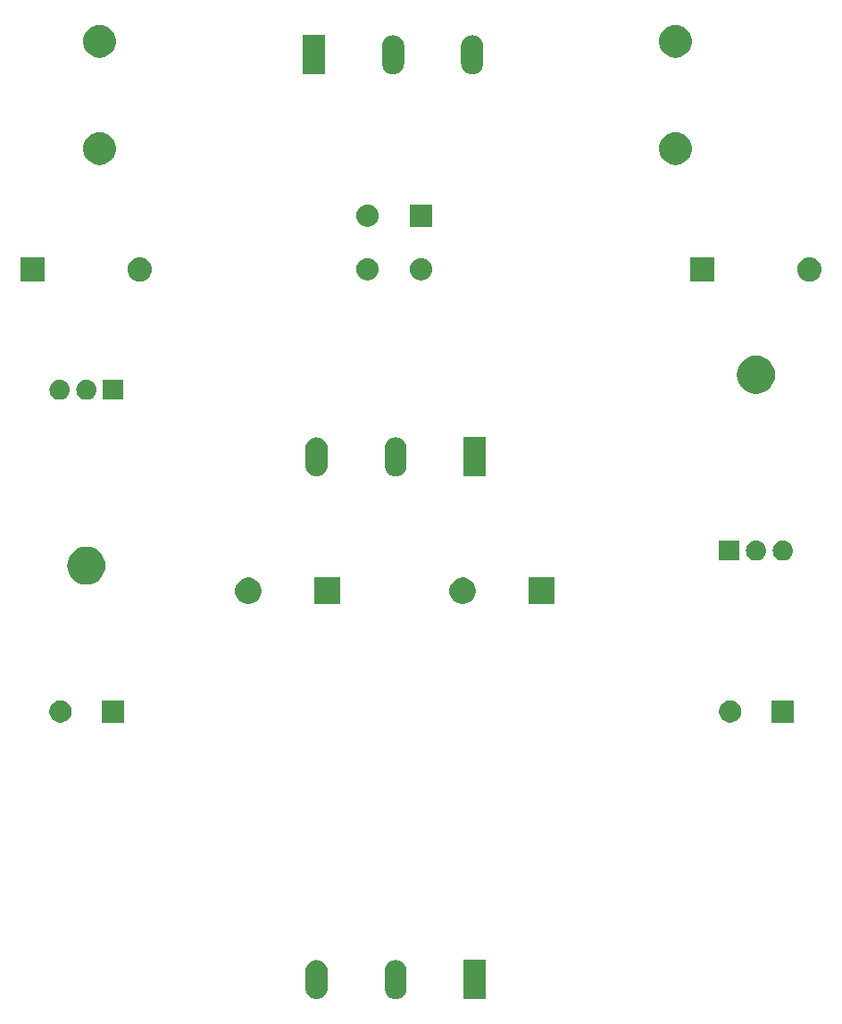
<source format=gbs>
G04 #@! TF.GenerationSoftware,KiCad,Pcbnew,5.1.4-5.1.4*
G04 #@! TF.CreationDate,2019-11-01T09:42:33+01:00*
G04 #@! TF.ProjectId,Linear-Netzteil,4c696e65-6172-42d4-9e65-747a7465696c,rev?*
G04 #@! TF.SameCoordinates,Original*
G04 #@! TF.FileFunction,Soldermask,Bot*
G04 #@! TF.FilePolarity,Negative*
%FSLAX46Y46*%
G04 Gerber Fmt 4.6, Leading zero omitted, Abs format (unit mm)*
G04 Created by KiCad (PCBNEW 5.1.4-5.1.4) date 2019-11-01 09:42:33*
%MOMM*%
%LPD*%
G04 APERTURE LIST*
%ADD10C,0.100000*%
G04 APERTURE END LIST*
D10*
G36*
X107126032Y-156914207D02*
G01*
X107324146Y-156974305D01*
X107324149Y-156974306D01*
X107420975Y-157026061D01*
X107506729Y-157071897D01*
X107666765Y-157203235D01*
X107798103Y-157363271D01*
X107843939Y-157449025D01*
X107895694Y-157545851D01*
X107895695Y-157545854D01*
X107955793Y-157743968D01*
X107971000Y-157898370D01*
X107971000Y-159601630D01*
X107955793Y-159756032D01*
X107895695Y-159954145D01*
X107895694Y-159954149D01*
X107843939Y-160050975D01*
X107798103Y-160136729D01*
X107666765Y-160296765D01*
X107506729Y-160428103D01*
X107390030Y-160490479D01*
X107324148Y-160525694D01*
X107324145Y-160525695D01*
X107126031Y-160585793D01*
X106920000Y-160606085D01*
X106713968Y-160585793D01*
X106515854Y-160525695D01*
X106515851Y-160525694D01*
X106419025Y-160473939D01*
X106333271Y-160428103D01*
X106173235Y-160296765D01*
X106041897Y-160136729D01*
X105944307Y-159954149D01*
X105944306Y-159954148D01*
X105944305Y-159954145D01*
X105884207Y-159756031D01*
X105869000Y-159601629D01*
X105869000Y-157898369D01*
X105884207Y-157743967D01*
X105944305Y-157545854D01*
X106007904Y-157426870D01*
X106041898Y-157363271D01*
X106173236Y-157203235D01*
X106333272Y-157071897D01*
X106419026Y-157026061D01*
X106515852Y-156974306D01*
X106515855Y-156974305D01*
X106713969Y-156914207D01*
X106920000Y-156893915D01*
X107126032Y-156914207D01*
X107126032Y-156914207D01*
G37*
G36*
X114626032Y-156914207D02*
G01*
X114824146Y-156974305D01*
X114824149Y-156974306D01*
X114920975Y-157026061D01*
X115006729Y-157071897D01*
X115166765Y-157203235D01*
X115298103Y-157363271D01*
X115343939Y-157449025D01*
X115395694Y-157545851D01*
X115395695Y-157545854D01*
X115455793Y-157743968D01*
X115471000Y-157898370D01*
X115471000Y-159601630D01*
X115455793Y-159756032D01*
X115395695Y-159954145D01*
X115395694Y-159954149D01*
X115343939Y-160050975D01*
X115298103Y-160136729D01*
X115166765Y-160296765D01*
X115006729Y-160428103D01*
X114890030Y-160490479D01*
X114824148Y-160525694D01*
X114824145Y-160525695D01*
X114626031Y-160585793D01*
X114420000Y-160606085D01*
X114213968Y-160585793D01*
X114015854Y-160525695D01*
X114015851Y-160525694D01*
X113919025Y-160473939D01*
X113833271Y-160428103D01*
X113673235Y-160296765D01*
X113541897Y-160136729D01*
X113444307Y-159954149D01*
X113444306Y-159954148D01*
X113444305Y-159954145D01*
X113384207Y-159756031D01*
X113369000Y-159601629D01*
X113369000Y-157898369D01*
X113384207Y-157743967D01*
X113444305Y-157545854D01*
X113507904Y-157426870D01*
X113541898Y-157363271D01*
X113673236Y-157203235D01*
X113833272Y-157071897D01*
X113919026Y-157026061D01*
X114015852Y-156974306D01*
X114015855Y-156974305D01*
X114213969Y-156914207D01*
X114420000Y-156893915D01*
X114626032Y-156914207D01*
X114626032Y-156914207D01*
G37*
G36*
X122971000Y-160601000D02*
G01*
X120869000Y-160601000D01*
X120869000Y-156899000D01*
X122971000Y-156899000D01*
X122971000Y-160601000D01*
X122971000Y-160601000D01*
G37*
G36*
X146436564Y-132339389D02*
G01*
X146627833Y-132418615D01*
X146627835Y-132418616D01*
X146799973Y-132533635D01*
X146946365Y-132680027D01*
X147061385Y-132852167D01*
X147140611Y-133043436D01*
X147181000Y-133246484D01*
X147181000Y-133453516D01*
X147140611Y-133656564D01*
X147061385Y-133847833D01*
X147061384Y-133847835D01*
X146946365Y-134019973D01*
X146799973Y-134166365D01*
X146627835Y-134281384D01*
X146627834Y-134281385D01*
X146627833Y-134281385D01*
X146436564Y-134360611D01*
X146233516Y-134401000D01*
X146026484Y-134401000D01*
X145823436Y-134360611D01*
X145632167Y-134281385D01*
X145632166Y-134281385D01*
X145632165Y-134281384D01*
X145460027Y-134166365D01*
X145313635Y-134019973D01*
X145198616Y-133847835D01*
X145198615Y-133847833D01*
X145119389Y-133656564D01*
X145079000Y-133453516D01*
X145079000Y-133246484D01*
X145119389Y-133043436D01*
X145198615Y-132852167D01*
X145313635Y-132680027D01*
X145460027Y-132533635D01*
X145632165Y-132418616D01*
X145632167Y-132418615D01*
X145823436Y-132339389D01*
X146026484Y-132299000D01*
X146233516Y-132299000D01*
X146436564Y-132339389D01*
X146436564Y-132339389D01*
G37*
G36*
X88681000Y-134401000D02*
G01*
X86579000Y-134401000D01*
X86579000Y-132299000D01*
X88681000Y-132299000D01*
X88681000Y-134401000D01*
X88681000Y-134401000D01*
G37*
G36*
X82936564Y-132339389D02*
G01*
X83127833Y-132418615D01*
X83127835Y-132418616D01*
X83299973Y-132533635D01*
X83446365Y-132680027D01*
X83561385Y-132852167D01*
X83640611Y-133043436D01*
X83681000Y-133246484D01*
X83681000Y-133453516D01*
X83640611Y-133656564D01*
X83561385Y-133847833D01*
X83561384Y-133847835D01*
X83446365Y-134019973D01*
X83299973Y-134166365D01*
X83127835Y-134281384D01*
X83127834Y-134281385D01*
X83127833Y-134281385D01*
X82936564Y-134360611D01*
X82733516Y-134401000D01*
X82526484Y-134401000D01*
X82323436Y-134360611D01*
X82132167Y-134281385D01*
X82132166Y-134281385D01*
X82132165Y-134281384D01*
X81960027Y-134166365D01*
X81813635Y-134019973D01*
X81698616Y-133847835D01*
X81698615Y-133847833D01*
X81619389Y-133656564D01*
X81579000Y-133453516D01*
X81579000Y-133246484D01*
X81619389Y-133043436D01*
X81698615Y-132852167D01*
X81813635Y-132680027D01*
X81960027Y-132533635D01*
X82132165Y-132418616D01*
X82132167Y-132418615D01*
X82323436Y-132339389D01*
X82526484Y-132299000D01*
X82733516Y-132299000D01*
X82936564Y-132339389D01*
X82936564Y-132339389D01*
G37*
G36*
X152181000Y-134401000D02*
G01*
X150079000Y-134401000D01*
X150079000Y-132299000D01*
X152181000Y-132299000D01*
X152181000Y-134401000D01*
X152181000Y-134401000D01*
G37*
G36*
X121134903Y-120717075D02*
G01*
X121362571Y-120811378D01*
X121567466Y-120948285D01*
X121741715Y-121122534D01*
X121878622Y-121327429D01*
X121972925Y-121555097D01*
X122021000Y-121796787D01*
X122021000Y-122043213D01*
X121972925Y-122284903D01*
X121878622Y-122512571D01*
X121741715Y-122717466D01*
X121567466Y-122891715D01*
X121362571Y-123028622D01*
X121362570Y-123028623D01*
X121362569Y-123028623D01*
X121134903Y-123122925D01*
X120893214Y-123171000D01*
X120646786Y-123171000D01*
X120405097Y-123122925D01*
X120177431Y-123028623D01*
X120177430Y-123028623D01*
X120177429Y-123028622D01*
X119972534Y-122891715D01*
X119798285Y-122717466D01*
X119661378Y-122512571D01*
X119567075Y-122284903D01*
X119519000Y-122043213D01*
X119519000Y-121796787D01*
X119567075Y-121555097D01*
X119661378Y-121327429D01*
X119798285Y-121122534D01*
X119972534Y-120948285D01*
X120177429Y-120811378D01*
X120405097Y-120717075D01*
X120646786Y-120669000D01*
X120893214Y-120669000D01*
X121134903Y-120717075D01*
X121134903Y-120717075D01*
G37*
G36*
X129521000Y-123171000D02*
G01*
X127019000Y-123171000D01*
X127019000Y-120669000D01*
X129521000Y-120669000D01*
X129521000Y-123171000D01*
X129521000Y-123171000D01*
G37*
G36*
X109201000Y-123171000D02*
G01*
X106699000Y-123171000D01*
X106699000Y-120669000D01*
X109201000Y-120669000D01*
X109201000Y-123171000D01*
X109201000Y-123171000D01*
G37*
G36*
X100814903Y-120717075D02*
G01*
X101042571Y-120811378D01*
X101247466Y-120948285D01*
X101421715Y-121122534D01*
X101558622Y-121327429D01*
X101652925Y-121555097D01*
X101701000Y-121796787D01*
X101701000Y-122043213D01*
X101652925Y-122284903D01*
X101558622Y-122512571D01*
X101421715Y-122717466D01*
X101247466Y-122891715D01*
X101042571Y-123028622D01*
X101042570Y-123028623D01*
X101042569Y-123028623D01*
X100814903Y-123122925D01*
X100573214Y-123171000D01*
X100326786Y-123171000D01*
X100085097Y-123122925D01*
X99857431Y-123028623D01*
X99857430Y-123028623D01*
X99857429Y-123028622D01*
X99652534Y-122891715D01*
X99478285Y-122717466D01*
X99341378Y-122512571D01*
X99247075Y-122284903D01*
X99199000Y-122043213D01*
X99199000Y-121796787D01*
X99247075Y-121555097D01*
X99341378Y-121327429D01*
X99478285Y-121122534D01*
X99652534Y-120948285D01*
X99857429Y-120811378D01*
X100085097Y-120717075D01*
X100326786Y-120669000D01*
X100573214Y-120669000D01*
X100814903Y-120717075D01*
X100814903Y-120717075D01*
G37*
G36*
X85266669Y-117737686D02*
G01*
X85443058Y-117755059D01*
X85782548Y-117858042D01*
X85782550Y-117858043D01*
X86095422Y-118025277D01*
X86095424Y-118025278D01*
X86095423Y-118025278D01*
X86369661Y-118250339D01*
X86594722Y-118524577D01*
X86761958Y-118837452D01*
X86864941Y-119176942D01*
X86899714Y-119530000D01*
X86864941Y-119883058D01*
X86761958Y-120222548D01*
X86761957Y-120222550D01*
X86594723Y-120535422D01*
X86369661Y-120809661D01*
X86095422Y-121034723D01*
X85782550Y-121201957D01*
X85782548Y-121201958D01*
X85443058Y-121304941D01*
X85266669Y-121322314D01*
X85178476Y-121331000D01*
X85001524Y-121331000D01*
X84913331Y-121322314D01*
X84736942Y-121304941D01*
X84397452Y-121201958D01*
X84397450Y-121201957D01*
X84084578Y-121034723D01*
X83810339Y-120809661D01*
X83585277Y-120535422D01*
X83418043Y-120222550D01*
X83418042Y-120222548D01*
X83315059Y-119883058D01*
X83280286Y-119530000D01*
X83315059Y-119176942D01*
X83418042Y-118837452D01*
X83585278Y-118524577D01*
X83810339Y-118250339D01*
X84084577Y-118025278D01*
X84084576Y-118025278D01*
X84084578Y-118025277D01*
X84397450Y-117858043D01*
X84397452Y-117858042D01*
X84736942Y-117755059D01*
X84913331Y-117737686D01*
X85001524Y-117729000D01*
X85178476Y-117729000D01*
X85266669Y-117737686D01*
X85266669Y-117737686D01*
G37*
G36*
X147001000Y-119061000D02*
G01*
X145099000Y-119061000D01*
X145099000Y-117159000D01*
X147001000Y-117159000D01*
X147001000Y-119061000D01*
X147001000Y-119061000D01*
G37*
G36*
X148776425Y-117172760D02*
G01*
X148776428Y-117172761D01*
X148776429Y-117172761D01*
X148955693Y-117227140D01*
X148955696Y-117227142D01*
X148955697Y-117227142D01*
X149120903Y-117315446D01*
X149265712Y-117434288D01*
X149384554Y-117579097D01*
X149464678Y-117729000D01*
X149472860Y-117744307D01*
X149507361Y-117858042D01*
X149527240Y-117923575D01*
X149545601Y-118110000D01*
X149527240Y-118296425D01*
X149527239Y-118296428D01*
X149527239Y-118296429D01*
X149472860Y-118475693D01*
X149472858Y-118475696D01*
X149472858Y-118475697D01*
X149384554Y-118640903D01*
X149265712Y-118785712D01*
X149120903Y-118904554D01*
X148955697Y-118992858D01*
X148955693Y-118992860D01*
X148776429Y-119047239D01*
X148776428Y-119047239D01*
X148776425Y-119047240D01*
X148636718Y-119061000D01*
X148543282Y-119061000D01*
X148403575Y-119047240D01*
X148403572Y-119047239D01*
X148403571Y-119047239D01*
X148224307Y-118992860D01*
X148224303Y-118992858D01*
X148059097Y-118904554D01*
X147914288Y-118785712D01*
X147795446Y-118640903D01*
X147707142Y-118475697D01*
X147707142Y-118475696D01*
X147707140Y-118475693D01*
X147652761Y-118296429D01*
X147652761Y-118296428D01*
X147652760Y-118296425D01*
X147634399Y-118110000D01*
X147652760Y-117923575D01*
X147672639Y-117858042D01*
X147707140Y-117744307D01*
X147715322Y-117729000D01*
X147795446Y-117579097D01*
X147914288Y-117434288D01*
X148059097Y-117315446D01*
X148224303Y-117227142D01*
X148224304Y-117227142D01*
X148224307Y-117227140D01*
X148403571Y-117172761D01*
X148403572Y-117172761D01*
X148403575Y-117172760D01*
X148543282Y-117159000D01*
X148636718Y-117159000D01*
X148776425Y-117172760D01*
X148776425Y-117172760D01*
G37*
G36*
X151316425Y-117172760D02*
G01*
X151316428Y-117172761D01*
X151316429Y-117172761D01*
X151495693Y-117227140D01*
X151495696Y-117227142D01*
X151495697Y-117227142D01*
X151660903Y-117315446D01*
X151805712Y-117434288D01*
X151924554Y-117579097D01*
X152004678Y-117729000D01*
X152012860Y-117744307D01*
X152047361Y-117858042D01*
X152067240Y-117923575D01*
X152085601Y-118110000D01*
X152067240Y-118296425D01*
X152067239Y-118296428D01*
X152067239Y-118296429D01*
X152012860Y-118475693D01*
X152012858Y-118475696D01*
X152012858Y-118475697D01*
X151924554Y-118640903D01*
X151805712Y-118785712D01*
X151660903Y-118904554D01*
X151495697Y-118992858D01*
X151495693Y-118992860D01*
X151316429Y-119047239D01*
X151316428Y-119047239D01*
X151316425Y-119047240D01*
X151176718Y-119061000D01*
X151083282Y-119061000D01*
X150943575Y-119047240D01*
X150943572Y-119047239D01*
X150943571Y-119047239D01*
X150764307Y-118992860D01*
X150764303Y-118992858D01*
X150599097Y-118904554D01*
X150454288Y-118785712D01*
X150335446Y-118640903D01*
X150247142Y-118475697D01*
X150247142Y-118475696D01*
X150247140Y-118475693D01*
X150192761Y-118296429D01*
X150192761Y-118296428D01*
X150192760Y-118296425D01*
X150174399Y-118110000D01*
X150192760Y-117923575D01*
X150212639Y-117858042D01*
X150247140Y-117744307D01*
X150255322Y-117729000D01*
X150335446Y-117579097D01*
X150454288Y-117434288D01*
X150599097Y-117315446D01*
X150764303Y-117227142D01*
X150764304Y-117227142D01*
X150764307Y-117227140D01*
X150943571Y-117172761D01*
X150943572Y-117172761D01*
X150943575Y-117172760D01*
X151083282Y-117159000D01*
X151176718Y-117159000D01*
X151316425Y-117172760D01*
X151316425Y-117172760D01*
G37*
G36*
X107126032Y-107384207D02*
G01*
X107324146Y-107444305D01*
X107324149Y-107444306D01*
X107420975Y-107496061D01*
X107506729Y-107541897D01*
X107666765Y-107673235D01*
X107798103Y-107833271D01*
X107843939Y-107919025D01*
X107895694Y-108015851D01*
X107895695Y-108015854D01*
X107955793Y-108213968D01*
X107971000Y-108368370D01*
X107971000Y-110071630D01*
X107955793Y-110226032D01*
X107895695Y-110424145D01*
X107895694Y-110424149D01*
X107843939Y-110520975D01*
X107798103Y-110606729D01*
X107666765Y-110766765D01*
X107506729Y-110898103D01*
X107390030Y-110960479D01*
X107324148Y-110995694D01*
X107324145Y-110995695D01*
X107126031Y-111055793D01*
X106920000Y-111076085D01*
X106713968Y-111055793D01*
X106515854Y-110995695D01*
X106515851Y-110995694D01*
X106419025Y-110943939D01*
X106333271Y-110898103D01*
X106173235Y-110766765D01*
X106041897Y-110606729D01*
X105944307Y-110424149D01*
X105944306Y-110424148D01*
X105944305Y-110424145D01*
X105884207Y-110226031D01*
X105869000Y-110071629D01*
X105869000Y-108368369D01*
X105884207Y-108213967D01*
X105944305Y-108015854D01*
X106007904Y-107896870D01*
X106041898Y-107833271D01*
X106173236Y-107673235D01*
X106333272Y-107541897D01*
X106419026Y-107496061D01*
X106515852Y-107444306D01*
X106515855Y-107444305D01*
X106713969Y-107384207D01*
X106920000Y-107363915D01*
X107126032Y-107384207D01*
X107126032Y-107384207D01*
G37*
G36*
X114626032Y-107384207D02*
G01*
X114824146Y-107444305D01*
X114824149Y-107444306D01*
X114920975Y-107496061D01*
X115006729Y-107541897D01*
X115166765Y-107673235D01*
X115298103Y-107833271D01*
X115343939Y-107919025D01*
X115395694Y-108015851D01*
X115395695Y-108015854D01*
X115455793Y-108213968D01*
X115471000Y-108368370D01*
X115471000Y-110071630D01*
X115455793Y-110226032D01*
X115395695Y-110424145D01*
X115395694Y-110424149D01*
X115343939Y-110520975D01*
X115298103Y-110606729D01*
X115166765Y-110766765D01*
X115006729Y-110898103D01*
X114890030Y-110960479D01*
X114824148Y-110995694D01*
X114824145Y-110995695D01*
X114626031Y-111055793D01*
X114420000Y-111076085D01*
X114213968Y-111055793D01*
X114015854Y-110995695D01*
X114015851Y-110995694D01*
X113919025Y-110943939D01*
X113833271Y-110898103D01*
X113673235Y-110766765D01*
X113541897Y-110606729D01*
X113444307Y-110424149D01*
X113444306Y-110424148D01*
X113444305Y-110424145D01*
X113384207Y-110226031D01*
X113369000Y-110071629D01*
X113369000Y-108368369D01*
X113384207Y-108213967D01*
X113444305Y-108015854D01*
X113507904Y-107896870D01*
X113541898Y-107833271D01*
X113673236Y-107673235D01*
X113833272Y-107541897D01*
X113919026Y-107496061D01*
X114015852Y-107444306D01*
X114015855Y-107444305D01*
X114213969Y-107384207D01*
X114420000Y-107363915D01*
X114626032Y-107384207D01*
X114626032Y-107384207D01*
G37*
G36*
X122971000Y-111071000D02*
G01*
X120869000Y-111071000D01*
X120869000Y-107369000D01*
X122971000Y-107369000D01*
X122971000Y-111071000D01*
X122971000Y-111071000D01*
G37*
G36*
X88581000Y-103821000D02*
G01*
X86679000Y-103821000D01*
X86679000Y-101919000D01*
X88581000Y-101919000D01*
X88581000Y-103821000D01*
X88581000Y-103821000D01*
G37*
G36*
X82736425Y-101932760D02*
G01*
X82736428Y-101932761D01*
X82736429Y-101932761D01*
X82915693Y-101987140D01*
X82915696Y-101987142D01*
X82915697Y-101987142D01*
X83080903Y-102075446D01*
X83225712Y-102194288D01*
X83344554Y-102339097D01*
X83406731Y-102455423D01*
X83432860Y-102504307D01*
X83487239Y-102683571D01*
X83487240Y-102683575D01*
X83505601Y-102870000D01*
X83487240Y-103056425D01*
X83487239Y-103056428D01*
X83487239Y-103056429D01*
X83432860Y-103235693D01*
X83432858Y-103235696D01*
X83432858Y-103235697D01*
X83344554Y-103400903D01*
X83225712Y-103545712D01*
X83080903Y-103664554D01*
X82915697Y-103752858D01*
X82915693Y-103752860D01*
X82736429Y-103807239D01*
X82736428Y-103807239D01*
X82736425Y-103807240D01*
X82596718Y-103821000D01*
X82503282Y-103821000D01*
X82363575Y-103807240D01*
X82363572Y-103807239D01*
X82363571Y-103807239D01*
X82184307Y-103752860D01*
X82184303Y-103752858D01*
X82019097Y-103664554D01*
X81874288Y-103545712D01*
X81755446Y-103400903D01*
X81667142Y-103235697D01*
X81667142Y-103235696D01*
X81667140Y-103235693D01*
X81612761Y-103056429D01*
X81612761Y-103056428D01*
X81612760Y-103056425D01*
X81594399Y-102870000D01*
X81612760Y-102683575D01*
X81612761Y-102683571D01*
X81667140Y-102504307D01*
X81693269Y-102455423D01*
X81755446Y-102339097D01*
X81874288Y-102194288D01*
X82019097Y-102075446D01*
X82184303Y-101987142D01*
X82184304Y-101987142D01*
X82184307Y-101987140D01*
X82363571Y-101932761D01*
X82363572Y-101932761D01*
X82363575Y-101932760D01*
X82503282Y-101919000D01*
X82596718Y-101919000D01*
X82736425Y-101932760D01*
X82736425Y-101932760D01*
G37*
G36*
X85276425Y-101932760D02*
G01*
X85276428Y-101932761D01*
X85276429Y-101932761D01*
X85455693Y-101987140D01*
X85455696Y-101987142D01*
X85455697Y-101987142D01*
X85620903Y-102075446D01*
X85765712Y-102194288D01*
X85884554Y-102339097D01*
X85946731Y-102455423D01*
X85972860Y-102504307D01*
X86027239Y-102683571D01*
X86027240Y-102683575D01*
X86045601Y-102870000D01*
X86027240Y-103056425D01*
X86027239Y-103056428D01*
X86027239Y-103056429D01*
X85972860Y-103235693D01*
X85972858Y-103235696D01*
X85972858Y-103235697D01*
X85884554Y-103400903D01*
X85765712Y-103545712D01*
X85620903Y-103664554D01*
X85455697Y-103752858D01*
X85455693Y-103752860D01*
X85276429Y-103807239D01*
X85276428Y-103807239D01*
X85276425Y-103807240D01*
X85136718Y-103821000D01*
X85043282Y-103821000D01*
X84903575Y-103807240D01*
X84903572Y-103807239D01*
X84903571Y-103807239D01*
X84724307Y-103752860D01*
X84724303Y-103752858D01*
X84559097Y-103664554D01*
X84414288Y-103545712D01*
X84295446Y-103400903D01*
X84207142Y-103235697D01*
X84207142Y-103235696D01*
X84207140Y-103235693D01*
X84152761Y-103056429D01*
X84152761Y-103056428D01*
X84152760Y-103056425D01*
X84134399Y-102870000D01*
X84152760Y-102683575D01*
X84152761Y-102683571D01*
X84207140Y-102504307D01*
X84233269Y-102455423D01*
X84295446Y-102339097D01*
X84414288Y-102194288D01*
X84559097Y-102075446D01*
X84724303Y-101987142D01*
X84724304Y-101987142D01*
X84724307Y-101987140D01*
X84903571Y-101932761D01*
X84903572Y-101932761D01*
X84903575Y-101932760D01*
X85043282Y-101919000D01*
X85136718Y-101919000D01*
X85276425Y-101932760D01*
X85276425Y-101932760D01*
G37*
G36*
X148766669Y-99657686D02*
G01*
X148943058Y-99675059D01*
X149282548Y-99778042D01*
X149282550Y-99778043D01*
X149595422Y-99945277D01*
X149595424Y-99945278D01*
X149595423Y-99945278D01*
X149869661Y-100170339D01*
X150094722Y-100444577D01*
X150261958Y-100757452D01*
X150364941Y-101096942D01*
X150399714Y-101450000D01*
X150364941Y-101803058D01*
X150261958Y-102142548D01*
X150261957Y-102142550D01*
X150094723Y-102455422D01*
X149869661Y-102729661D01*
X149595422Y-102954723D01*
X149405151Y-103056425D01*
X149282548Y-103121958D01*
X148943058Y-103224941D01*
X148766669Y-103242314D01*
X148678476Y-103251000D01*
X148501524Y-103251000D01*
X148413331Y-103242314D01*
X148236942Y-103224941D01*
X147897452Y-103121958D01*
X147774849Y-103056425D01*
X147584578Y-102954723D01*
X147310339Y-102729661D01*
X147085277Y-102455422D01*
X146918043Y-102142550D01*
X146918042Y-102142548D01*
X146815059Y-101803058D01*
X146780286Y-101450000D01*
X146815059Y-101096942D01*
X146918042Y-100757452D01*
X147085278Y-100444577D01*
X147310339Y-100170339D01*
X147584577Y-99945278D01*
X147584576Y-99945278D01*
X147584578Y-99945277D01*
X147897450Y-99778043D01*
X147897452Y-99778042D01*
X148236942Y-99675059D01*
X148413331Y-99657686D01*
X148501524Y-99649000D01*
X148678476Y-99649000D01*
X148766669Y-99657686D01*
X148766669Y-99657686D01*
G37*
G36*
X90339271Y-90300103D02*
G01*
X90395635Y-90305654D01*
X90612600Y-90371470D01*
X90612602Y-90371471D01*
X90812555Y-90478347D01*
X90987818Y-90622182D01*
X91131653Y-90797445D01*
X91238529Y-90997398D01*
X91304346Y-91214366D01*
X91326569Y-91440000D01*
X91304346Y-91665634D01*
X91238529Y-91882602D01*
X91131653Y-92082555D01*
X90987818Y-92257818D01*
X90812555Y-92401653D01*
X90612602Y-92508529D01*
X90612600Y-92508530D01*
X90395635Y-92574346D01*
X90339271Y-92579897D01*
X90226545Y-92591000D01*
X90113455Y-92591000D01*
X90000729Y-92579897D01*
X89944365Y-92574346D01*
X89727400Y-92508530D01*
X89727398Y-92508529D01*
X89527445Y-92401653D01*
X89352182Y-92257818D01*
X89208347Y-92082555D01*
X89101471Y-91882602D01*
X89035654Y-91665634D01*
X89013431Y-91440000D01*
X89035654Y-91214366D01*
X89101471Y-90997398D01*
X89208347Y-90797445D01*
X89352182Y-90622182D01*
X89527445Y-90478347D01*
X89727398Y-90371471D01*
X89727400Y-90371470D01*
X89944365Y-90305654D01*
X90000729Y-90300103D01*
X90113455Y-90289000D01*
X90226545Y-90289000D01*
X90339271Y-90300103D01*
X90339271Y-90300103D01*
G37*
G36*
X81161000Y-92591000D02*
G01*
X78859000Y-92591000D01*
X78859000Y-90289000D01*
X81161000Y-90289000D01*
X81161000Y-92591000D01*
X81161000Y-92591000D01*
G37*
G36*
X144661000Y-92591000D02*
G01*
X142359000Y-92591000D01*
X142359000Y-90289000D01*
X144661000Y-90289000D01*
X144661000Y-92591000D01*
X144661000Y-92591000D01*
G37*
G36*
X153839271Y-90300103D02*
G01*
X153895635Y-90305654D01*
X154112600Y-90371470D01*
X154112602Y-90371471D01*
X154312555Y-90478347D01*
X154487818Y-90622182D01*
X154631653Y-90797445D01*
X154738529Y-90997398D01*
X154804346Y-91214366D01*
X154826569Y-91440000D01*
X154804346Y-91665634D01*
X154738529Y-91882602D01*
X154631653Y-92082555D01*
X154487818Y-92257818D01*
X154312555Y-92401653D01*
X154112602Y-92508529D01*
X154112600Y-92508530D01*
X153895635Y-92574346D01*
X153839271Y-92579897D01*
X153726545Y-92591000D01*
X153613455Y-92591000D01*
X153500729Y-92579897D01*
X153444365Y-92574346D01*
X153227400Y-92508530D01*
X153227398Y-92508529D01*
X153027445Y-92401653D01*
X152852182Y-92257818D01*
X152708347Y-92082555D01*
X152601471Y-91882602D01*
X152535654Y-91665634D01*
X152513431Y-91440000D01*
X152535654Y-91214366D01*
X152601471Y-90997398D01*
X152708347Y-90797445D01*
X152852182Y-90622182D01*
X153027445Y-90478347D01*
X153227398Y-90371471D01*
X153227400Y-90371470D01*
X153444365Y-90305654D01*
X153500729Y-90300103D01*
X153613455Y-90289000D01*
X153726545Y-90289000D01*
X153839271Y-90300103D01*
X153839271Y-90300103D01*
G37*
G36*
X116943097Y-90394069D02*
G01*
X117046032Y-90404207D01*
X117244146Y-90464305D01*
X117244149Y-90464306D01*
X117340975Y-90516061D01*
X117426729Y-90561897D01*
X117586765Y-90693235D01*
X117718103Y-90853271D01*
X117763939Y-90939025D01*
X117815694Y-91035851D01*
X117815695Y-91035854D01*
X117875793Y-91233968D01*
X117896085Y-91440000D01*
X117875793Y-91646032D01*
X117869846Y-91665635D01*
X117815694Y-91844149D01*
X117795141Y-91882600D01*
X117718103Y-92026729D01*
X117586765Y-92186765D01*
X117426729Y-92318103D01*
X117340975Y-92363939D01*
X117244149Y-92415694D01*
X117244146Y-92415695D01*
X117046032Y-92475793D01*
X116943097Y-92485931D01*
X116891631Y-92491000D01*
X116788369Y-92491000D01*
X116736903Y-92485931D01*
X116633968Y-92475793D01*
X116435854Y-92415695D01*
X116435851Y-92415694D01*
X116339025Y-92363939D01*
X116253271Y-92318103D01*
X116093235Y-92186765D01*
X115961897Y-92026729D01*
X115884859Y-91882600D01*
X115864306Y-91844149D01*
X115810154Y-91665635D01*
X115804207Y-91646032D01*
X115783915Y-91440000D01*
X115804207Y-91233968D01*
X115864305Y-91035854D01*
X115864306Y-91035851D01*
X115916061Y-90939025D01*
X115961897Y-90853271D01*
X116093235Y-90693235D01*
X116253271Y-90561897D01*
X116339025Y-90516061D01*
X116435851Y-90464306D01*
X116435854Y-90464305D01*
X116633968Y-90404207D01*
X116736903Y-90394069D01*
X116788369Y-90389000D01*
X116891631Y-90389000D01*
X116943097Y-90394069D01*
X116943097Y-90394069D01*
G37*
G36*
X111863097Y-90394069D02*
G01*
X111966032Y-90404207D01*
X112164146Y-90464305D01*
X112164149Y-90464306D01*
X112260975Y-90516061D01*
X112346729Y-90561897D01*
X112506765Y-90693235D01*
X112638103Y-90853271D01*
X112683939Y-90939025D01*
X112735694Y-91035851D01*
X112735695Y-91035854D01*
X112795793Y-91233968D01*
X112816085Y-91440000D01*
X112795793Y-91646032D01*
X112789846Y-91665635D01*
X112735694Y-91844149D01*
X112715141Y-91882600D01*
X112638103Y-92026729D01*
X112506765Y-92186765D01*
X112346729Y-92318103D01*
X112260975Y-92363939D01*
X112164149Y-92415694D01*
X112164146Y-92415695D01*
X111966032Y-92475793D01*
X111863097Y-92485931D01*
X111811631Y-92491000D01*
X111708369Y-92491000D01*
X111656903Y-92485931D01*
X111553968Y-92475793D01*
X111355854Y-92415695D01*
X111355851Y-92415694D01*
X111259025Y-92363939D01*
X111173271Y-92318103D01*
X111013235Y-92186765D01*
X110881897Y-92026729D01*
X110804859Y-91882600D01*
X110784306Y-91844149D01*
X110730154Y-91665635D01*
X110724207Y-91646032D01*
X110703915Y-91440000D01*
X110724207Y-91233968D01*
X110784305Y-91035854D01*
X110784306Y-91035851D01*
X110836061Y-90939025D01*
X110881897Y-90853271D01*
X111013235Y-90693235D01*
X111173271Y-90561897D01*
X111259025Y-90516061D01*
X111355851Y-90464306D01*
X111355854Y-90464305D01*
X111553968Y-90404207D01*
X111656903Y-90394069D01*
X111708369Y-90389000D01*
X111811631Y-90389000D01*
X111863097Y-90394069D01*
X111863097Y-90394069D01*
G37*
G36*
X111863097Y-85314069D02*
G01*
X111966032Y-85324207D01*
X112164146Y-85384305D01*
X112164149Y-85384306D01*
X112260975Y-85436061D01*
X112346729Y-85481897D01*
X112506765Y-85613235D01*
X112638103Y-85773271D01*
X112683939Y-85859025D01*
X112735694Y-85955851D01*
X112735695Y-85955854D01*
X112795793Y-86153968D01*
X112816085Y-86360000D01*
X112795793Y-86566032D01*
X112735695Y-86764146D01*
X112735694Y-86764149D01*
X112683939Y-86860975D01*
X112638103Y-86946729D01*
X112506765Y-87106765D01*
X112346729Y-87238103D01*
X112260975Y-87283939D01*
X112164149Y-87335694D01*
X112164146Y-87335695D01*
X111966032Y-87395793D01*
X111863097Y-87405931D01*
X111811631Y-87411000D01*
X111708369Y-87411000D01*
X111656903Y-87405931D01*
X111553968Y-87395793D01*
X111355854Y-87335695D01*
X111355851Y-87335694D01*
X111259025Y-87283939D01*
X111173271Y-87238103D01*
X111013235Y-87106765D01*
X110881897Y-86946729D01*
X110836061Y-86860975D01*
X110784306Y-86764149D01*
X110784305Y-86764146D01*
X110724207Y-86566032D01*
X110703915Y-86360000D01*
X110724207Y-86153968D01*
X110784305Y-85955854D01*
X110784306Y-85955851D01*
X110836061Y-85859025D01*
X110881897Y-85773271D01*
X111013235Y-85613235D01*
X111173271Y-85481897D01*
X111259025Y-85436061D01*
X111355851Y-85384306D01*
X111355854Y-85384305D01*
X111553968Y-85324207D01*
X111656903Y-85314069D01*
X111708369Y-85309000D01*
X111811631Y-85309000D01*
X111863097Y-85314069D01*
X111863097Y-85314069D01*
G37*
G36*
X117891000Y-87411000D02*
G01*
X115789000Y-87411000D01*
X115789000Y-85309000D01*
X117891000Y-85309000D01*
X117891000Y-87411000D01*
X117891000Y-87411000D01*
G37*
G36*
X141272585Y-78488802D02*
G01*
X141422410Y-78518604D01*
X141704674Y-78635521D01*
X141958705Y-78805259D01*
X142174741Y-79021295D01*
X142344479Y-79275326D01*
X142461396Y-79557590D01*
X142521000Y-79857240D01*
X142521000Y-80162760D01*
X142461396Y-80462410D01*
X142344479Y-80744674D01*
X142174741Y-80998705D01*
X141958705Y-81214741D01*
X141704674Y-81384479D01*
X141422410Y-81501396D01*
X141272585Y-81531198D01*
X141122761Y-81561000D01*
X140817239Y-81561000D01*
X140667415Y-81531198D01*
X140517590Y-81501396D01*
X140235326Y-81384479D01*
X139981295Y-81214741D01*
X139765259Y-80998705D01*
X139595521Y-80744674D01*
X139478604Y-80462410D01*
X139419000Y-80162760D01*
X139419000Y-79857240D01*
X139478604Y-79557590D01*
X139595521Y-79275326D01*
X139765259Y-79021295D01*
X139981295Y-78805259D01*
X140235326Y-78635521D01*
X140517590Y-78518604D01*
X140667415Y-78488802D01*
X140817239Y-78459000D01*
X141122761Y-78459000D01*
X141272585Y-78488802D01*
X141272585Y-78488802D01*
G37*
G36*
X86662585Y-78488802D02*
G01*
X86812410Y-78518604D01*
X87094674Y-78635521D01*
X87348705Y-78805259D01*
X87564741Y-79021295D01*
X87734479Y-79275326D01*
X87851396Y-79557590D01*
X87911000Y-79857240D01*
X87911000Y-80162760D01*
X87851396Y-80462410D01*
X87734479Y-80744674D01*
X87564741Y-80998705D01*
X87348705Y-81214741D01*
X87094674Y-81384479D01*
X86812410Y-81501396D01*
X86662585Y-81531198D01*
X86512761Y-81561000D01*
X86207239Y-81561000D01*
X86057415Y-81531198D01*
X85907590Y-81501396D01*
X85625326Y-81384479D01*
X85371295Y-81214741D01*
X85155259Y-80998705D01*
X84985521Y-80744674D01*
X84868604Y-80462410D01*
X84809000Y-80162760D01*
X84809000Y-79857240D01*
X84868604Y-79557590D01*
X84985521Y-79275326D01*
X85155259Y-79021295D01*
X85371295Y-78805259D01*
X85625326Y-78635521D01*
X85907590Y-78518604D01*
X86057415Y-78488802D01*
X86207239Y-78459000D01*
X86512761Y-78459000D01*
X86662585Y-78488802D01*
X86662585Y-78488802D01*
G37*
G36*
X121886031Y-69284207D02*
G01*
X122084145Y-69344305D01*
X122084148Y-69344306D01*
X122150030Y-69379521D01*
X122266729Y-69441897D01*
X122426765Y-69573235D01*
X122558103Y-69733271D01*
X122558104Y-69733273D01*
X122655694Y-69915851D01*
X122655694Y-69915852D01*
X122655695Y-69915854D01*
X122715793Y-70113968D01*
X122731000Y-70268370D01*
X122731000Y-71971630D01*
X122715793Y-72126032D01*
X122655695Y-72324146D01*
X122655694Y-72324149D01*
X122603939Y-72420975D01*
X122558103Y-72506729D01*
X122426765Y-72666765D01*
X122266729Y-72798103D01*
X122180975Y-72843939D01*
X122084149Y-72895694D01*
X122084146Y-72895695D01*
X121886032Y-72955793D01*
X121680000Y-72976085D01*
X121473969Y-72955793D01*
X121275855Y-72895695D01*
X121275852Y-72895694D01*
X121179026Y-72843939D01*
X121093272Y-72798103D01*
X120933236Y-72666765D01*
X120801898Y-72506729D01*
X120767904Y-72443130D01*
X120704305Y-72324146D01*
X120644207Y-72126033D01*
X120629000Y-71971631D01*
X120629000Y-70268370D01*
X120644207Y-70113971D01*
X120644207Y-70113969D01*
X120704305Y-69915855D01*
X120704306Y-69915852D01*
X120739521Y-69849970D01*
X120801897Y-69733271D01*
X120933235Y-69573235D01*
X121093271Y-69441897D01*
X121179025Y-69396061D01*
X121275851Y-69344306D01*
X121275854Y-69344305D01*
X121473968Y-69284207D01*
X121680000Y-69263915D01*
X121886031Y-69284207D01*
X121886031Y-69284207D01*
G37*
G36*
X114386031Y-69284207D02*
G01*
X114584145Y-69344305D01*
X114584148Y-69344306D01*
X114650030Y-69379521D01*
X114766729Y-69441897D01*
X114926765Y-69573235D01*
X115058103Y-69733271D01*
X115058104Y-69733273D01*
X115155694Y-69915851D01*
X115155694Y-69915852D01*
X115155695Y-69915854D01*
X115215793Y-70113968D01*
X115231000Y-70268370D01*
X115231000Y-71971630D01*
X115215793Y-72126032D01*
X115155695Y-72324146D01*
X115155694Y-72324149D01*
X115103939Y-72420975D01*
X115058103Y-72506729D01*
X114926765Y-72666765D01*
X114766729Y-72798103D01*
X114680975Y-72843939D01*
X114584149Y-72895694D01*
X114584146Y-72895695D01*
X114386032Y-72955793D01*
X114180000Y-72976085D01*
X113973969Y-72955793D01*
X113775855Y-72895695D01*
X113775852Y-72895694D01*
X113679026Y-72843939D01*
X113593272Y-72798103D01*
X113433236Y-72666765D01*
X113301898Y-72506729D01*
X113267904Y-72443130D01*
X113204305Y-72324146D01*
X113144207Y-72126033D01*
X113129000Y-71971631D01*
X113129000Y-70268370D01*
X113144207Y-70113971D01*
X113144207Y-70113969D01*
X113204305Y-69915855D01*
X113204306Y-69915852D01*
X113239521Y-69849970D01*
X113301897Y-69733271D01*
X113433235Y-69573235D01*
X113593271Y-69441897D01*
X113679025Y-69396061D01*
X113775851Y-69344306D01*
X113775854Y-69344305D01*
X113973968Y-69284207D01*
X114180000Y-69263915D01*
X114386031Y-69284207D01*
X114386031Y-69284207D01*
G37*
G36*
X107731000Y-72971000D02*
G01*
X105629000Y-72971000D01*
X105629000Y-69269000D01*
X107731000Y-69269000D01*
X107731000Y-72971000D01*
X107731000Y-72971000D01*
G37*
G36*
X86662585Y-68328802D02*
G01*
X86812410Y-68358604D01*
X87094674Y-68475521D01*
X87348705Y-68645259D01*
X87564741Y-68861295D01*
X87734479Y-69115326D01*
X87851396Y-69397590D01*
X87911000Y-69697240D01*
X87911000Y-70002760D01*
X87851396Y-70302410D01*
X87734479Y-70584674D01*
X87564741Y-70838705D01*
X87348705Y-71054741D01*
X87094674Y-71224479D01*
X86812410Y-71341396D01*
X86662585Y-71371198D01*
X86512761Y-71401000D01*
X86207239Y-71401000D01*
X86057415Y-71371198D01*
X85907590Y-71341396D01*
X85625326Y-71224479D01*
X85371295Y-71054741D01*
X85155259Y-70838705D01*
X84985521Y-70584674D01*
X84868604Y-70302410D01*
X84809000Y-70002760D01*
X84809000Y-69697240D01*
X84868604Y-69397590D01*
X84985521Y-69115326D01*
X85155259Y-68861295D01*
X85371295Y-68645259D01*
X85625326Y-68475521D01*
X85907590Y-68358604D01*
X86057415Y-68328802D01*
X86207239Y-68299000D01*
X86512761Y-68299000D01*
X86662585Y-68328802D01*
X86662585Y-68328802D01*
G37*
G36*
X141272585Y-68328802D02*
G01*
X141422410Y-68358604D01*
X141704674Y-68475521D01*
X141958705Y-68645259D01*
X142174741Y-68861295D01*
X142344479Y-69115326D01*
X142461396Y-69397590D01*
X142521000Y-69697240D01*
X142521000Y-70002760D01*
X142461396Y-70302410D01*
X142344479Y-70584674D01*
X142174741Y-70838705D01*
X141958705Y-71054741D01*
X141704674Y-71224479D01*
X141422410Y-71341396D01*
X141272585Y-71371198D01*
X141122761Y-71401000D01*
X140817239Y-71401000D01*
X140667415Y-71371198D01*
X140517590Y-71341396D01*
X140235326Y-71224479D01*
X139981295Y-71054741D01*
X139765259Y-70838705D01*
X139595521Y-70584674D01*
X139478604Y-70302410D01*
X139419000Y-70002760D01*
X139419000Y-69697240D01*
X139478604Y-69397590D01*
X139595521Y-69115326D01*
X139765259Y-68861295D01*
X139981295Y-68645259D01*
X140235326Y-68475521D01*
X140517590Y-68358604D01*
X140667415Y-68328802D01*
X140817239Y-68299000D01*
X141122761Y-68299000D01*
X141272585Y-68328802D01*
X141272585Y-68328802D01*
G37*
M02*

</source>
